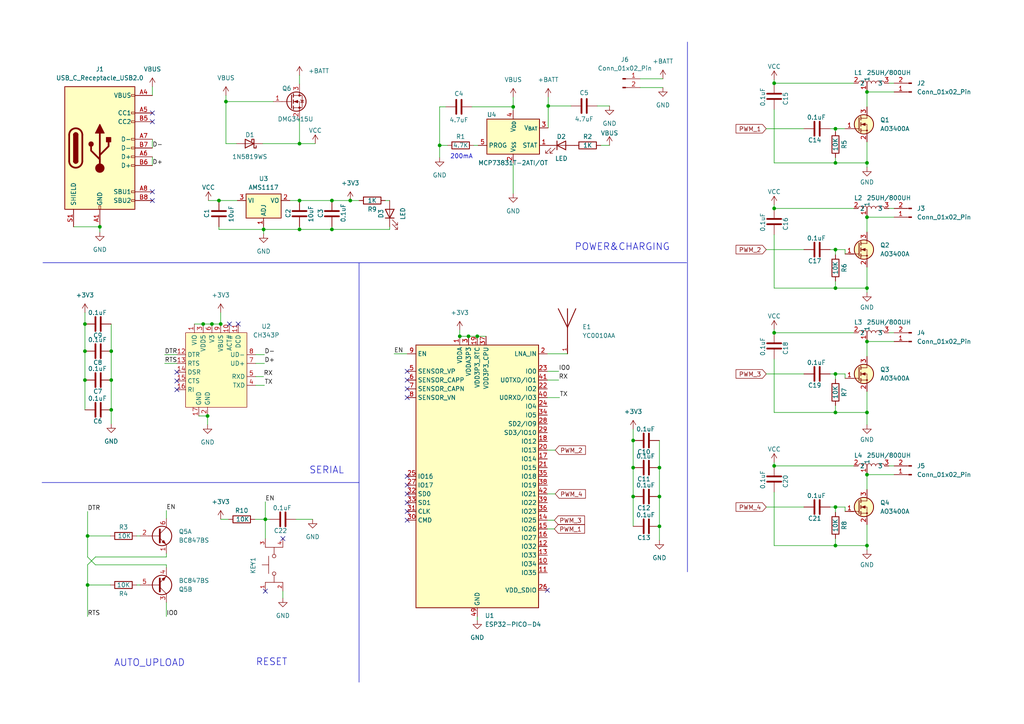
<source format=kicad_sch>
(kicad_sch (version 20230121) (generator eeschema)
  (paper "A4")
  (title_block (title "OpenScent") (date "2023-11-15") (company "Zhejiang University") (comment 1 "DTB Lab") (comment 4 "An Xin"))
  (lib_symbols
    (symbol "Battery_Management:MCP73831-2-OT"
      (property "Reference" "U" (at -7.62 6.35 0))
      (property "Value" "MCP73831-2-OT" (at 1.27 6.35 0))
      (symbol "MCP73831-2-OT_1_1"
        (pin output line (at 10.16 -2.54 180) (length 2.54) (name "STAT") (number "1"))
        (pin power_in line (at 0 -7.62 90) (length 2.54) (name "V_{SS}") (number "2"))
        (pin power_out line (at 10.16 2.54 180) (length 2.54) (name "V_{BAT}") (number "3"))
        (pin power_in line (at 0 7.62 270) (length 2.54) (name "V_{DD}") (number "4"))
        (pin input line (at -10.16 -2.54 0) (length 2.54) (name "PROG") (number "5"))
      )
    )
    (symbol "Connector:Conn_01x02_Pin" (pin_names (offset 1.016) hide)
      (property "Reference" "J" (at 0 2.54 0))
      (property "Value" "Conn_01x02_Pin" (at 0 -5.08 0))
      (symbol "Conn_01x02_Pin_1_1"
        (pin passive line (at 5.08 0 180) (length 3.81) (name "Pin_1") (number "1"))
        (pin passive line (at 5.08 -2.54 180) (length 3.81) (name "Pin_2") (number "2"))
      )
    )
    (symbol "Connector:USB_C_Receptacle_USB2.0" (pin_names (offset 1.016))
      (property "Reference" "J" (at -10.16 19.05 0))
      (property "Value" "USB_C_Receptacle_USB2.0" (at 19.05 19.05 0))
      (symbol "USB_C_Receptacle_USB2.0_1_1"
        (pin passive line (at 0 -22.86 90) (length 5.08) (name "GND") (number "A1"))
        (pin passive line (at 0 -22.86 90) (length 5.08) hide (name "GND") (number "A12"))
        (pin passive line (at 15.24 15.24 180) (length 5.08) (name "VBUS") (number "A4"))
        (pin bidirectional line (at 15.24 10.16 180) (length 5.08) (name "CC1") (number "A5"))
        (pin bidirectional line (at 15.24 -2.54 180) (length 5.08) (name "D+") (number "A6"))
        (pin bidirectional line (at 15.24 2.54 180) (length 5.08) (name "D-") (number "A7"))
        (pin bidirectional line (at 15.24 -12.7 180) (length 5.08) (name "SBU1") (number "A8"))
        (pin passive line (at 15.24 15.24 180) (length 5.08) hide (name "VBUS") (number "A9"))
        (pin passive line (at 0 -22.86 90) (length 5.08) hide (name "GND") (number "B1"))
        (pin passive line (at 0 -22.86 90) (length 5.08) hide (name "GND") (number "B12"))
        (pin passive line (at 15.24 15.24 180) (length 5.08) hide (name "VBUS") (number "B4"))
        (pin bidirectional line (at 15.24 7.62 180) (length 5.08) (name "CC2") (number "B5"))
        (pin bidirectional line (at 15.24 -5.08 180) (length 5.08) (name "D+") (number "B6"))
        (pin bidirectional line (at 15.24 0 180) (length 5.08) (name "D-") (number "B7"))
        (pin bidirectional line (at 15.24 -15.24 180) (length 5.08) (name "SBU2") (number "B8"))
        (pin passive line (at 15.24 15.24 180) (length 5.08) hide (name "VBUS") (number "B9"))
        (pin passive line (at -7.62 -22.86 90) (length 5.08) (name "SHIELD") (number "S1"))
      )
    )
    (symbol "Device:C" (pin_numbers hide) (pin_names (offset 0.254))
      (property "Reference" "C" (at 0.635 2.54 0))
      (property "Value" "C" (at 0.635 -2.54 0))
      (symbol "C_1_1"
        (pin passive line (at 0 3.81 270) (length 2.794) (name "~") (number "1"))
        (pin passive line (at 0 -3.81 90) (length 2.794) (name "~") (number "2"))
      )
    )
    (symbol "Device:LED" (pin_numbers hide) (pin_names (offset 1.016) hide)
      (property "Reference" "D" (at 0 2.54 0))
      (property "Value" "LED" (at 0 -2.54 0))
      (symbol "LED_1_1"
        (pin passive line (at -3.81 0 0) (length 2.54) (name "K") (number "1"))
        (pin passive line (at 3.81 0 180) (length 2.54) (name "A") (number "2"))
      )
    )
    (symbol "Device:R" (pin_numbers hide) (pin_names (offset 0))
      (property "Reference" "R" (at 2.032 0 90))
      (property "Value" "R" (at 0 0 90))
      (symbol "R_1_1"
        (pin passive line (at 0 3.81 270) (length 1.27) (name "~") (number "1"))
        (pin passive line (at 0 -3.81 90) (length 1.27) (name "~") (number "2"))
      )
    )
    (symbol "Diode:1N5819WS" (pin_numbers hide) (pin_names (offset 1.016) hide)
      (property "Reference" "D" (at 0 2.54 0))
      (property "Value" "1N5819WS" (at 0 -2.54 0))
      (symbol "1N5819WS_1_1"
        (pin passive line (at -3.81 0 0) (length 2.54) (name "K") (number "1"))
        (pin passive line (at 3.81 0 180) (length 2.54) (name "A") (number "2"))
      )
    )
    (symbol "Library:3_pin_inductor"
      (property "Reference" "L" (at -1.27 7.62 0))
      (symbol "3_pin_inductor_1_1"
        (pin passive line (at -2.54 2.54 0) (length 2.54) (name "1") (number "1"))
        (pin passive line (at 0 6.35 270) (length 1.27) (name "2") (number "2"))
        (pin passive line (at 0 -3.81 90) (length 1.27) (name "3") (number "3"))
      )
    )
    (symbol "PCM_Transistor_MOSFET_AKL:AO3400A" (pin_names hide)
      (property "Reference" "Q" (at 5.08 1.27 0))
      (property "Value" "AO3400A" (at 5.08 -1.27 0))
      (symbol "AO3400A_1_1"
        (pin input line (at -3.81 -1.27 0) (length 2.54) (name "G") (number "1"))
        (pin passive line (at 2.54 -5.08 90) (length 2.54) (name "S") (number "2"))
        (pin passive line (at 2.54 5.08 270) (length 2.54) (name "D") (number "3"))
      )
    )
    (symbol "RF_Module:ESP32-PICO-D4"
      (property "Reference" "U" (at -17.78 39.37 0))
      (property "Value" "ESP32-PICO-D4" (at 3.81 39.37 0))
      (symbol "ESP32-PICO-D4_0_0"
        (pin power_in line (at -5.08 40.64 270) (length 2.54) (name "VDDA") (number "1"))
        (pin input line (at 20.32 -25.4 180) (length 2.54) (name "IO34") (number "10"))
        (pin input line (at 20.32 -27.94 180) (length 2.54) (name "IO35") (number "11"))
        (pin bidirectional line (at 20.32 -20.32 180) (length 2.54) (name "IO32") (number "12"))
        (pin bidirectional line (at 20.32 -22.86 180) (length 2.54) (name "IO33") (number "13"))
        (pin bidirectional line (at 20.32 -12.7 180) (length 2.54) (name "IO25") (number "14"))
        (pin bidirectional line (at 20.32 -15.24 180) (length 2.54) (name "IO26") (number "15"))
        (pin bidirectional line (at 20.32 -17.78 180) (length 2.54) (name "IO27") (number "16"))
        (pin bidirectional line (at 20.32 5.08 180) (length 2.54) (name "IO14") (number "17"))
        (pin bidirectional line (at 20.32 10.16 180) (length 2.54) (name "IO12") (number "18"))
        (pin power_in line (at 0 40.64 270) (length 2.54) (name "VDD3P3_RTC") (number "19"))
        (pin bidirectional line (at 20.32 35.56 180) (length 2.54) (name "LNA_IN") (number "2"))
        (pin bidirectional line (at 20.32 7.62 180) (length 2.54) (name "IO13") (number "20"))
        (pin bidirectional line (at 20.32 2.54 180) (length 2.54) (name "IO15") (number "21"))
        (pin bidirectional line (at 20.32 25.4 180) (length 2.54) (name "IO2") (number "22"))
        (pin bidirectional line (at 20.32 30.48 180) (length 2.54) (name "IO0") (number "23"))
        (pin bidirectional line (at 20.32 20.32 180) (length 2.54) (name "IO4") (number "24"))
        (pin bidirectional line (at -20.32 0 0) (length 2.54) (name "IO16") (number "25"))
        (pin power_out line (at 20.32 -33.02 180) (length 2.54) (name "VDD_SDIO") (number "26"))
        (pin bidirectional line (at -20.32 -2.54 0) (length 2.54) (name "IO17") (number "27"))
        (pin bidirectional line (at 20.32 15.24 180) (length 2.54) (name "SD2/IO9") (number "28"))
        (pin bidirectional line (at 20.32 12.7 180) (length 2.54) (name "SD3/IO10") (number "29"))
        (pin power_in line (at -2.54 40.64 270) (length 2.54) (name "VDDA3P3") (number "3"))
        (pin bidirectional line (at -20.32 -12.7 0) (length 2.54) (name "CMD") (number "30"))
        (pin bidirectional line (at -20.32 -10.16 0) (length 2.54) (name "CLK") (number "31"))
        (pin bidirectional line (at -20.32 -5.08 0) (length 2.54) (name "SD0") (number "32"))
        (pin bidirectional line (at -20.32 -7.62 0) (length 2.54) (name "SD1") (number "33"))
        (pin bidirectional line (at 20.32 17.78 180) (length 2.54) (name "IO5") (number "34"))
        (pin bidirectional line (at 20.32 0 180) (length 2.54) (name "IO18") (number "35"))
        (pin bidirectional line (at 20.32 -10.16 180) (length 2.54) (name "IO23") (number "36"))
        (pin power_in line (at 2.54 40.64 270) (length 2.54) (name "VDD3P3_CPU") (number "37"))
        (pin bidirectional line (at 20.32 -2.54 180) (length 2.54) (name "IO19") (number "38"))
        (pin bidirectional line (at 20.32 -7.62 180) (length 2.54) (name "IO22") (number "39"))
        (pin passive line (at -2.54 40.64 270) (length 2.54) hide (name "VDDA3P3") (number "4"))
        (pin bidirectional line (at 20.32 22.86 180) (length 2.54) (name "U0RXD/IO3") (number "40"))
        (pin bidirectional line (at 20.32 27.94 180) (length 2.54) (name "U0TXD/IO1") (number "41"))
        (pin bidirectional line (at 20.32 -5.08 180) (length 2.54) (name "IO21") (number "42"))
        (pin passive line (at -5.08 40.64 270) (length 2.54) hide (name "VDDA") (number "43"))
        (pin no_connect line (at -17.78 -25.4 0) (length 2.54) hide (name "XTAL_N_NC") (number "44"))
        (pin no_connect line (at -17.78 -27.94 0) (length 2.54) hide (name "XTAL_P_NC") (number "45"))
        (pin passive line (at -5.08 40.64 270) (length 2.54) hide (name "VDDA") (number "46"))
        (pin no_connect line (at -17.78 -30.48 0) (length 2.54) hide (name "CAP2_NC") (number "47"))
        (pin no_connect line (at -17.78 -33.02 0) (length 2.54) hide (name "CAP1_NC") (number "48"))
        (pin power_in line (at 0 -40.64 90) (length 2.54) (name "GND") (number "49"))
        (pin input line (at -20.32 30.48 0) (length 2.54) (name "SENSOR_VP") (number "5"))
        (pin input line (at -20.32 27.94 0) (length 2.54) (name "SENSOR_CAPP") (number "6"))
        (pin input line (at -20.32 25.4 0) (length 2.54) (name "SENSOR_CAPN") (number "7"))
        (pin input line (at -20.32 22.86 0) (length 2.54) (name "SENSOR_VN") (number "8"))
        (pin input line (at -20.32 35.56 0) (length 2.54) (name "EN") (number "9"))
      )
    )
    (symbol "Regulator_Linear:AMS1117"
      (property "Reference" "U" (at -3.81 3.175 0))
      (property "Value" "AMS1117" (at 0 3.175 0))
      (symbol "AMS1117_1_1"
        (pin input line (at 0 -7.62 90) (length 2.54) (name "ADJ") (number "1"))
        (pin power_out line (at 7.62 0 180) (length 2.54) (name "VO") (number "2"))
        (pin power_in line (at -7.62 0 0) (length 2.54) (name "VI") (number "3"))
      )
    )
    (symbol "TL3365AF180QG:TL3365AF180QG" (pin_names (offset 1.016))
      (property "Reference" "S" (at -5.08 5.08 0))
      (property "Value" "TL3365AF180QG" (at -5.08 -5.08 0))
      (symbol "TL3365AF180QG_0_0"
        (pin passive line (at -7.62 2.54 0) (length 2.54) (name "~") (number "1"))
        (pin passive line (at -7.62 -2.54 0) (length 2.54) (name "~") (number "2"))
        (pin passive line (at 7.62 2.54 180) (length 2.54) (name "~") (number "3"))
        (pin passive line (at 7.62 -2.54 180) (length 2.54) (name "~") (number "4"))
      )
    )
    (symbol "Transistor_BJT:BC847BS" (pin_names (offset 0) hide)
      (property "Reference" "Q" (at 5.08 1.27 0))
      (property "Value" "BC847BS" (at 5.08 -1.27 0))
      (symbol "BC847BS_1_1"
        (pin passive line (at 2.54 -5.08 90) (length 2.54) (name "E1") (number "1"))
        (pin input line (at -5.08 0 0) (length 2.54) (name "B1") (number "2"))
        (pin passive line (at 2.54 5.08 270) (length 2.54) (name "C1") (number "6"))
      )
      (symbol "BC847BS_2_1"
        (pin passive line (at 2.54 5.08 270) (length 2.54) (name "C2") (number "3"))
        (pin passive line (at 2.54 -5.08 90) (length 2.54) (name "E2") (number "4"))
        (pin input line (at -5.08 0 0) (length 2.54) (name "B2") (number "5"))
      )
    )
    (symbol "Transistor_FET:DMG3414U" (pin_names hide)
      (property "Reference" "Q" (at 5.08 1.905 0))
      (property "Value" "DMG3414U" (at 5.08 0 0))
      (symbol "DMG3414U_1_1"
        (pin input line (at -5.08 0 0) (length 2.54) (name "G") (number "1"))
        (pin passive line (at 2.54 -5.08 90) (length 2.54) (name "S") (number "2"))
        (pin passive line (at 2.54 5.08 270) (length 2.54) (name "D") (number "3"))
      )
    )
    (symbol "YC0010AA:YC0010AA" (pin_names (offset 1.016))
      (property "Reference" "E" (at 2.54 5.08 0))
      (property "Value" "YC0010AA" (at 2.54 2.54 0))
      (symbol "YC0010AA_0_0"
        (pin input line (at 0 -5.08 90) (length 2.54) (name "~") (number "1"))
      )
    )
    (symbol "power:+3V3" (power) (pin_names (offset 0))
      (property "Value" "+3V3" (at 0 3.556 0))
      (symbol "+3V3_1_1"
        (pin power_in line (at 0 0 90) (length 0) hide (name "+3V3") (number "1"))
      )
    )
    (symbol "power:+BATT" (power) (pin_names (offset 0))
      (property "Value" "+BATT" (at 0 3.556 0))
      (symbol "+BATT_1_1"
        (pin power_in line (at 0 0 90) (length 0) hide (name "+BATT") (number "1"))
      )
    )
    (symbol "power:GND" (power) (pin_names (offset 0))
      (property "Value" "GND" (at 0 -3.81 0))
      (symbol "GND_1_1"
        (pin power_in line (at 0 0 270) (length 0) hide (name "GND") (number "1"))
      )
    )
    (symbol "power:VBUS" (power) (pin_names (offset 0))
      (property "Value" "VBUS" (at 0 3.81 0))
      (symbol "VBUS_1_1"
        (pin power_in line (at 0 0 90) (length 0) hide (name "VBUS") (number "1"))
      )
    )
    (symbol "power:VCC" (power) (pin_names (offset 0))
      (property "Value" "VCC" (at 0 3.81 0))
      (symbol "VCC_1_1"
        (pin power_in line (at 0 0 90) (length 0) hide (name "VCC") (number "1"))
      )
    )
    (symbol "wch_mcu_peripheral:CH343P"
      (property "Reference" "U3" (at 14.478 10.7381 0))
      (property "Value" "CH343P" (at 14.478 8.1981 0))
      (symbol "CH343P_1_1"
        (pin passive line (at -6.35 11.43 270) (length 2.54) (name "VIO") (number "1"))
        (pin passive line (at 3.81 11.43 270) (length 2.54) (name "ACT#") (number "10"))
        (pin passive line (at 6.35 11.43 270) (length 2.54) (name "DCD") (number "11"))
        (pin passive line (at -11.43 2.54 0) (length 2.54) (name "DTR") (number "12"))
        (pin passive line (at -11.43 0 0) (length 2.54) (name "RTS") (number "13"))
        (pin passive line (at -11.43 -2.54 0) (length 2.54) (name "DSR") (number "14"))
        (pin passive line (at -11.43 -5.08 0) (length 2.54) (name "CTS") (number "15"))
        (pin passive line (at -11.43 -7.62 0) (length 2.54) (name "RI") (number "16"))
        (pin power_in line (at -5.08 -15.24 90) (length 2.54) (name "GND") (number "17"))
        (pin power_in line (at -2.54 -15.24 90) (length 2.54) (name "GND") (number "2"))
        (pin power_in line (at -3.81 11.43 270) (length 2.54) (name "VDD5") (number "3"))
        (pin output line (at 11.43 -6.35 180) (length 2.54) (name "TXD") (number "4"))
        (pin input line (at 11.43 -3.81 180) (length 2.54) (name "RXD") (number "5"))
        (pin passive line (at -1.27 11.43 270) (length 2.54) (name "V3") (number "6"))
        (pin bidirectional line (at 11.43 0 180) (length 2.54) (name "UD+") (number "7"))
        (pin bidirectional line (at 11.43 2.54 180) (length 2.54) (name "UD-") (number "8"))
        (pin power_in line (at 1.27 11.43 270) (length 2.54) (name "VBUS") (number "9"))
      )
    )
  )
  (junction (at 242.316 119.634))
  (junction (at 24.638 101.854))
  (junction (at 183.642 144.018))
  (junction (at 242.316 158.242))
  (junction (at 61.468 93.98))
  (junction (at 96.266 66.548))
  (junction (at 86.868 58.166))
  (junction (at 224.536 60.452))
  (junction (at 251.46 158.242))
  (junction (at 25.4 155.448))
  (junction (at 148.844 30.988))
  (junction (at 191.262 144.018))
  (junction (at 64.008 93.98))
  (junction (at 251.46 83.566))
  (junction (at 25.4 169.672))
  (junction (at 86.868 66.548))
  (junction (at 251.46 26.67))
  (junction (at 58.928 93.98))
  (junction (at 242.316 147.066))
  (junction (at 86.868 41.656))
  (junction (at 96.266 58.166))
  (junction (at 251.46 119.634))
  (junction (at 24.638 93.98))
  (junction (at 224.536 135.128))
  (junction (at 60.198 120.65))
  (junction (at 32.258 101.854))
  (junction (at 135.89 97.536))
  (junction (at 101.6 58.166))
  (junction (at 183.642 127.762))
  (junction (at 65.532 29.464))
  (junction (at 242.316 37.338))
  (junction (at 138.43 97.536))
  (junction (at 28.956 65.786))
  (junction (at 251.46 62.992))
  (junction (at 159.004 30.734))
  (junction (at 183.642 135.636))
  (junction (at 251.46 99.06))
  (junction (at 127.508 42.164))
  (junction (at 224.536 24.13))
  (junction (at 251.46 137.668))
  (junction (at 76.962 150.622))
  (junction (at 242.316 83.566))
  (junction (at 32.258 110.236))
  (junction (at 133.35 97.536))
  (junction (at 242.316 47.244))
  (junction (at 32.258 118.872))
  (junction (at 24.638 110.236))
  (junction (at 251.46 47.244))
  (junction (at 242.316 72.39))
  (junction (at 242.316 108.458))
  (junction (at 224.536 96.52))
  (junction (at 76.454 66.548))
  (junction (at 63.5 58.166))
  (junction (at 191.262 152.654))
  (junction (at 191.262 135.636))
  (no_connect (at 118.11 145.796))
  (no_connect (at 66.548 93.98))
  (no_connect (at 44.196 32.766))
  (no_connect (at 69.088 93.98))
  (no_connect (at 118.11 107.696))
  (no_connect (at 158.75 171.196))
  (no_connect (at 118.11 143.256))
  (no_connect (at 118.11 110.236))
  (no_connect (at 118.11 112.776))
  (no_connect (at 51.308 110.49))
  (no_connect (at 118.11 140.716))
  (no_connect (at 44.196 58.166))
  (no_connect (at 82.042 156.21))
  (no_connect (at 44.196 55.626))
  (no_connect (at 51.308 113.03))
  (no_connect (at 118.11 148.336))
  (no_connect (at 118.11 138.176))
  (no_connect (at 118.11 115.316))
  (no_connect (at 44.196 35.306))
  (no_connect (at 51.308 107.95))
  (no_connect (at 118.11 150.876))
  (no_connect (at 76.962 171.45))
  (wire (pts (xy 58.928 93.98) (xy 61.468 93.98)))
  (wire (pts (xy 138.43 179.832) (xy 138.43 178.816)))
  (wire (pts (xy 60.198 123.19) (xy 60.198 120.65)))
  (wire (pts (xy 48.26 161.544) (xy 27.686 161.544)))
  (wire (pts (xy 32.258 110.236) (xy 32.258 118.872)))
  (wire (pts (xy 222.25 147.066) (xy 233.172 147.066)))
  (wire (pts (xy 63.5 66.548) (xy 76.454 66.548)))
  (wire (pts (xy 48.26 178.816) (xy 48.26 174.752)))
  (wire (pts (xy 113.03 58.166) (xy 111.76 58.166)))
  (wire (pts (xy 224.536 142.748) (xy 224.536 158.242)))
  (wire (pts (xy 101.6 58.166) (xy 104.14 58.166)))
  (wire (pts (xy 60.452 58.166) (xy 63.5 58.166)))
  (wire (pts (xy 222.25 108.458) (xy 233.172 108.458)))
  (wire (pts (xy 242.316 83.566) (xy 251.46 83.566)))
  (wire (pts (xy 96.266 65.786) (xy 96.266 66.548)))
  (wire (pts (xy 192.278 22.86) (xy 185.674 22.86)))
  (wire (pts (xy 164.592 102.616) (xy 158.75 102.616)))
  (wire (pts (xy 136.906 30.988) (xy 148.844 30.988)))
  (wire (pts (xy 133.35 97.536) (xy 135.89 97.536)))
  (wire (pts (xy 82.042 173.482) (xy 82.042 171.45)))
  (wire (pts (xy 251.46 48.514) (xy 251.46 47.244)))
  (wire (pts (xy 25.4 155.448) (xy 32.004 155.448)))
  (wire (pts (xy 127.508 30.988) (xy 127.508 42.164)))
  (wire (pts (xy 242.316 108.458) (xy 245.11 108.458)))
  (wire (pts (xy 39.624 169.672) (xy 40.64 169.672)))
  (wire (pts (xy 25.4 163.83) (xy 25.4 169.672)))
  (wire (pts (xy 76.454 109.22) (xy 74.168 109.22)))
  (wire (pts (xy 32.258 118.872) (xy 32.258 122.936)))
  (wire (pts (xy 24.638 101.854) (xy 24.638 110.236)))
  (wire (pts (xy 251.46 137.668) (xy 251.46 141.986)))
  (wire (pts (xy 251.46 62.992) (xy 259.334 62.992)))
  (wire (pts (xy 240.792 147.066) (xy 242.316 147.066)))
  (wire (pts (xy 101.6 58.166) (xy 96.266 58.166)))
  (wire (pts (xy 242.316 117.602) (xy 242.316 119.634)))
  (wire (pts (xy 148.844 30.988) (xy 148.844 32.004)))
  (wire (pts (xy 84.074 58.166) (xy 86.868 58.166)))
  (wire (pts (xy 161.036 130.556) (xy 158.75 130.556)))
  (wire (pts (xy 224.536 24.13) (xy 224.536 23.114)))
  (wire (pts (xy 224.536 158.242) (xy 242.316 158.242)))
  (wire (pts (xy 240.792 108.458) (xy 242.316 108.458)))
  (wire (pts (xy 76.962 150.622) (xy 78.232 150.622)))
  (wire (pts (xy 28.956 67.31) (xy 28.956 65.786)))
  (wire (pts (xy 96.266 58.166) (xy 86.868 58.166)))
  (wire (pts (xy 113.03 66.548) (xy 96.266 66.548)))
  (wire (pts (xy 224.536 119.634) (xy 242.316 119.634)))
  (wire (pts (xy 86.868 34.544) (xy 86.868 41.656)))
  (wire (pts (xy 76.708 102.87) (xy 74.168 102.87)))
  (wire (pts (xy 24.638 110.236) (xy 24.638 118.872)))
  (wire (pts (xy 32.258 101.854) (xy 32.258 110.236)))
  (wire (pts (xy 160.782 153.416) (xy 158.75 153.416)))
  (wire (pts (xy 148.844 28.194) (xy 148.844 30.988)))
  (wire (pts (xy 148.844 47.244) (xy 148.844 56.134)))
  (wire (pts (xy 162.052 107.696) (xy 158.75 107.696)))
  (wire (pts (xy 183.642 124.46) (xy 183.642 127.762)))
  (wire (pts (xy 90.678 150.622) (xy 85.852 150.622)))
  (wire (pts (xy 86.868 66.548) (xy 86.868 65.786)))
  (wire (pts (xy 25.4 169.672) (xy 25.4 178.816)))
  (wire (pts (xy 158.75 143.256) (xy 161.036 143.256)))
  (wire (pts (xy 191.262 135.636) (xy 191.262 144.018)))
  (wire (pts (xy 65.532 41.656) (xy 65.532 29.464)))
  (wire (pts (xy 224.536 60.452) (xy 224.536 59.436)))
  (wire (pts (xy 251.46 26.67) (xy 251.46 30.988)))
  (wire (pts (xy 222.25 37.338) (xy 233.172 37.338)))
  (wire (pts (xy 25.4 161.544) (xy 27.686 163.83)))
  (wire (pts (xy 183.642 144.018) (xy 183.642 152.654)))
  (wire (pts (xy 251.46 159.512) (xy 251.46 158.242)))
  (polyline (pts (xy 104.14 76.2) (xy 104.14 197.866)))
  (wire (pts (xy 162.052 110.236) (xy 158.75 110.236)))
  (wire (pts (xy 240.792 37.338) (xy 242.316 37.338)))
  (wire (pts (xy 48.26 148.082) (xy 48.26 150.368)))
  (wire (pts (xy 48.26 160.528) (xy 48.26 161.544)))
  (wire (pts (xy 162.306 115.316) (xy 158.75 115.316)))
  (wire (pts (xy 242.316 147.066) (xy 242.316 148.59)))
  (wire (pts (xy 76.708 105.41) (xy 74.168 105.41)))
  (wire (pts (xy 159.004 30.734) (xy 159.004 37.084)))
  (wire (pts (xy 135.89 97.536) (xy 138.43 97.536)))
  (wire (pts (xy 86.868 66.548) (xy 96.266 66.548)))
  (wire (pts (xy 251.46 158.242) (xy 251.46 152.146)))
  (wire (pts (xy 86.868 21.844) (xy 86.868 24.384)))
  (wire (pts (xy 25.4 148.336) (xy 25.4 155.448)))
  (wire (pts (xy 44.196 25.146) (xy 44.196 27.686)))
  (wire (pts (xy 48.26 163.83) (xy 48.26 164.592)))
  (wire (pts (xy 242.316 72.39) (xy 242.316 73.914)))
  (wire (pts (xy 76.962 145.542) (xy 76.962 150.622)))
  (wire (pts (xy 242.316 108.458) (xy 242.316 109.982)))
  (wire (pts (xy 24.638 93.98) (xy 24.638 101.854)))
  (wire (pts (xy 27.686 161.544) (xy 25.4 163.83)))
  (wire (pts (xy 127.508 42.164) (xy 129.794 42.164)))
  (wire (pts (xy 61.468 93.98) (xy 64.008 93.98)))
  (wire (pts (xy 242.316 47.244) (xy 251.46 47.244)))
  (wire (pts (xy 245.11 72.39) (xy 245.11 73.66)))
  (wire (pts (xy 39.624 155.448) (xy 40.64 155.448)))
  (wire (pts (xy 64.008 90.678) (xy 64.008 93.98)))
  (wire (pts (xy 242.316 81.534) (xy 242.316 83.566)))
  (wire (pts (xy 192.278 25.4) (xy 185.674 25.4)))
  (wire (pts (xy 56.388 93.98) (xy 58.928 93.98)))
  (wire (pts (xy 224.536 104.14) (xy 224.536 119.634)))
  (wire (pts (xy 113.03 65.786) (xy 113.03 66.548)))
  (wire (pts (xy 251.46 83.566) (xy 251.46 77.47)))
  (wire (pts (xy 191.262 127.762) (xy 191.262 135.636)))
  (wire (pts (xy 259.334 24.13) (xy 257.81 24.13)))
  (wire (pts (xy 240.792 72.39) (xy 242.316 72.39)))
  (wire (pts (xy 47.752 102.87) (xy 51.308 102.87)))
  (wire (pts (xy 224.536 96.52) (xy 224.536 95.504)))
  (wire (pts (xy 137.414 42.164) (xy 138.684 42.164)))
  (wire (pts (xy 224.536 47.244) (xy 242.316 47.244)))
  (wire (pts (xy 224.536 135.128) (xy 247.65 135.128)))
  (wire (pts (xy 25.4 155.448) (xy 25.4 161.544)))
  (wire (pts (xy 63.5 66.548) (xy 63.5 65.786)))
  (wire (pts (xy 68.58 41.656) (xy 65.532 41.656)))
  (wire (pts (xy 183.642 127.762) (xy 183.642 135.636)))
  (wire (pts (xy 91.44 41.656) (xy 86.868 41.656)))
  (wire (pts (xy 259.334 135.128) (xy 257.81 135.128)))
  (wire (pts (xy 245.11 108.458) (xy 245.11 109.728)))
  (wire (pts (xy 44.196 40.386) (xy 44.196 42.926)))
  (wire (pts (xy 259.334 60.452) (xy 257.81 60.452)))
  (wire (pts (xy 21.336 65.786) (xy 28.956 65.786)))
  (wire (pts (xy 32.258 93.98) (xy 32.258 101.854)))
  (wire (pts (xy 138.43 97.536) (xy 140.97 97.536)))
  (wire (pts (xy 76.454 66.548) (xy 76.454 65.786)))
  (wire (pts (xy 224.536 135.128) (xy 224.536 134.112)))
  (wire (pts (xy 224.536 83.566) (xy 242.316 83.566)))
  (wire (pts (xy 251.46 99.06) (xy 259.334 99.06)))
  (wire (pts (xy 160.782 150.876) (xy 158.75 150.876)))
  (wire (pts (xy 73.914 150.622) (xy 76.962 150.622)))
  (wire (pts (xy 24.638 90.678) (xy 24.638 93.98)))
  (wire (pts (xy 251.46 137.668) (xy 259.334 137.668)))
  (wire (pts (xy 251.46 119.634) (xy 251.46 113.538)))
  (polyline (pts (xy 199.39 12.192) (xy 199.39 165.862)))
  (wire (pts (xy 133.35 95.758) (xy 133.35 97.536)))
  (wire (pts (xy 191.262 152.654) (xy 191.262 156.718)))
  (wire (pts (xy 65.532 27.686) (xy 65.532 29.464)))
  (wire (pts (xy 224.536 24.13) (xy 247.65 24.13)))
  (wire (pts (xy 44.196 45.466) (xy 44.196 48.006)))
  (wire (pts (xy 224.536 31.75) (xy 224.536 47.244)))
  (wire (pts (xy 159.004 30.734) (xy 159.004 28.194)))
  (polyline (pts (xy 12.446 76.2) (xy 199.136 76.2)))
  (wire (pts (xy 64.008 150.622) (xy 66.294 150.622)))
  (wire (pts (xy 76.708 111.76) (xy 74.168 111.76)))
  (wire (pts (xy 191.262 144.018) (xy 191.262 152.654)))
  (wire (pts (xy 251.46 47.244) (xy 251.46 41.148)))
  (wire (pts (xy 222.25 72.39) (xy 233.172 72.39)))
  (wire (pts (xy 224.536 60.452) (xy 247.65 60.452)))
  (wire (pts (xy 76.454 66.548) (xy 86.868 66.548)))
  (wire (pts (xy 251.46 62.992) (xy 251.46 67.31)))
  (polyline (pts (xy 12.192 139.954) (xy 104.14 139.954)))
  (wire (pts (xy 176.784 42.164) (xy 174.244 42.164)))
  (wire (pts (xy 259.334 96.52) (xy 257.81 96.52)))
  (wire (pts (xy 27.686 163.83) (xy 48.26 163.83)))
  (wire (pts (xy 76.962 150.622) (xy 76.962 156.21)))
  (wire (pts (xy 245.11 147.066) (xy 245.11 148.336)))
  (wire (pts (xy 129.286 30.988) (xy 127.508 30.988)))
  (wire (pts (xy 242.316 156.21) (xy 242.316 158.242)))
  (wire (pts (xy 224.536 96.52) (xy 247.65 96.52)))
  (wire (pts (xy 65.532 29.464) (xy 79.248 29.464)))
  (wire (pts (xy 251.46 99.06) (xy 251.46 103.378)))
  (wire (pts (xy 76.2 41.656) (xy 86.868 41.656)))
  (wire (pts (xy 183.642 135.636) (xy 183.642 144.018)))
  (wire (pts (xy 224.536 68.072) (xy 224.536 83.566)))
  (wire (pts (xy 76.454 67.818) (xy 76.454 66.548)))
  (wire (pts (xy 127.508 45.72) (xy 127.508 42.164)))
  (wire (pts (xy 251.46 119.634) (xy 251.46 123.19)))
  (wire (pts (xy 47.752 105.41) (xy 51.308 105.41)))
  (wire (pts (xy 63.5 58.166) (xy 68.834 58.166)))
  (wire (pts (xy 242.316 37.338) (xy 242.316 38.1)))
  (wire (pts (xy 57.658 120.65) (xy 60.198 120.65)))
  (wire (pts (xy 251.46 26.67) (xy 259.334 26.67)))
  (wire (pts (xy 25.4 169.672) (xy 32.004 169.672)))
  (wire (pts (xy 251.46 84.836) (xy 251.46 83.566)))
  (wire (pts (xy 114.3 102.616) (xy 118.11 102.616)))
  (wire (pts (xy 176.784 30.734) (xy 173.228 30.734)))
  (wire (pts (xy 159.004 30.734) (xy 165.608 30.734)))
  (wire (pts (xy 242.316 45.72) (xy 242.316 47.244)))
  (wire (pts (xy 242.316 147.066) (xy 245.11 147.066)))
  (wire (pts (xy 242.316 72.39) (xy 245.11 72.39)))
  (wire (pts (xy 242.316 119.634) (xy 251.46 119.634)))
  (wire (pts (xy 242.316 158.242) (xy 251.46 158.242)))
  (wire (pts (xy 242.316 37.338) (xy 245.11 37.338)))
  (text "AUTO_UPLOAD" (at 33.02 193.548 0) (effects (font (size 2 2)) (justify left bottom)))
  (text "POWER&CHARGING" (at 166.624 72.898 0) (effects (font (size 2 2)) (justify left bottom)))
  (text "SERIAL" (at 89.662 137.668 0) (effects (font (size 2 2)) (justify left bottom)))
  (text "200mA" (at 130.556 46.228 0) (effects (font (size 1.27 1.27)) (justify left bottom)))
  (text "RESET" (at 74.168 193.294 0) (effects (font (size 2 2)) (justify left bottom)))
  (label "D-" (at 76.708 102.87 0))
  (label "DTR" (at 47.752 102.87 0))
  (label "D+" (at 44.196 48.006 0))
  (label "RTS" (at 25.4 178.816 0))
  (label "EN" (at 76.962 145.542 0))
  (label "RX" (at 76.454 109.22 0))
  (label "RX" (at 162.052 110.236 0))
  (label "DTR" (at 25.4 148.336 0))
  (label "IO0" (at 48.26 178.816 0))
  (label "EN" (at 114.3 102.616 0))
  (label "IO0" (at 162.052 107.696 0))
  (label "EN" (at 48.26 148.082 0))
  (label "TX" (at 162.306 115.316 0))
  (label "D+" (at 76.708 105.41 0))
  (label "RTS" (at 47.752 105.41 0))
  (label "D-" (at 44.196 42.926 0))
  (label "TX" (at 76.708 111.76 0))
  (global_label "PWM_1" (shape input) (at 222.25 37.338 180) (property "Intersheetrefs" "${INTERSHEET_REFS}" (effects hide)))
  (global_label "PWM_4" (shape input) (at 222.25 147.066 180) (property "Intersheetrefs" "${INTERSHEET_REFS}" (effects hide)))
  (global_label "PWM_4" (shape input) (at 161.036 143.256 0) (property "Intersheetrefs" "${INTERSHEET_REFS}" (effects hide)))
  (global_label "PWM_3" (shape input) (at 160.782 150.876 0) (property "Intersheetrefs" "${INTERSHEET_REFS}" (effects hide)))
  (global_label "PWM_2" (shape input) (at 222.25 72.39 180) (property "Intersheetrefs" "${INTERSHEET_REFS}" (effects hide)))
  (global_label "PWM_2" (shape input) (at 161.036 130.556 0) (property "Intersheetrefs" "${INTERSHEET_REFS}" (effects hide)))
  (global_label "PWM_3" (shape input) (at 222.25 108.458 180) (property "Intersheetrefs" "${INTERSHEET_REFS}" (effects hide)))
  (global_label "PWM_1" (shape input) (at 160.782 153.416 0) (property "Intersheetrefs" "${INTERSHEET_REFS}" (effects hide)))
  (symbol (lib_id "power:VCC") (at 224.536 95.504 0) (unit 1)
    (property "Reference" "#PWR031" (effects hide))
    (property "Value" "VCC" (at 224.536 91.694 0))
  )
  (symbol (lib_id "power:+3V3") (at 24.638 90.678 0) (unit 1)
    (property "Reference" "#PWR022" (effects hide))
    (property "Value" "+3V3" (at 24.638 85.598 0))
  )
  (symbol (lib_id "power:VBUS") (at 148.844 28.194 0) (unit 1)
    (property "Reference" "#PWR011" (effects hide))
    (property "Value" "VBUS" (at 148.844 23.114 0))
  )
  (symbol (lib_id "Battery_Management:MCP73831-2-OT") (at 148.844 39.624 0) (unit 1)
    (property "Reference" "U4" (at 141.224 33.274 0) (effects (justify left)))
    (property "Value" "MCP73831T-2ATI/OT" (at 138.684 47.244 0) (effects (justify left)))
    (property "Footprint" "Package_TO_SOT_SMD:SOT-23-5" (effects hide))
    (property "Datasheet" "https://ww1.microchip.com/downloads/en/DeviceDoc/MCP73831-Family-Data-Sheet-DS20001984H.pdf" (effects hide))
    (property "LCSC Part #" "C14879" (effects hide))
  )
  (symbol (lib_id "Device:R") (at 242.316 152.4 0) (mirror x) (unit 1)
    (property "Reference" "R8" (at 244.856 152.4 90))
    (property "Value" "10K" (at 242.316 152.4 90))
    (property "Footprint" "Resistor_SMD:R_0603_1608Metric" (effects hide))
  )
  (symbol (lib_id "power:VBUS") (at 44.196 25.146 0) (unit 1)
    (property "Reference" "#PWR06" (effects hide))
    (property "Value" "VBUS" (at 44.196 20.066 0))
  )
  (symbol (lib_id "power:VCC") (at 224.536 59.436 0) (unit 1)
    (property "Reference" "#PWR029" (effects hide))
    (property "Value" "VCC" (at 224.536 55.626 0))
  )
  (symbol (lib_id "PCM_Transistor_MOSFET_AKL:AO3400A") (at 248.92 108.458 0) (unit 1)
    (property "Reference" "Q3" (at 255.27 107.188 0) (effects (justify left)))
    (property "Value" "AO3400A" (at 255.27 109.728 0) (effects (justify left)))
    (property "Footprint" "Package_TO_SOT_SMD:SOT-23" (effects hide))
    (property "Datasheet" "https://www.tme.eu/Document/d4ede4a51fd4cb2a092d6e1960f91635/AO3400A.pdf" (effects hide))
  )
  (symbol (lib_id "Device:C") (at 28.448 110.236 90) (unit 1)
    (property "Reference" "C7" (at 29.718 113.538 90) (effects (justify left)))
    (property "Value" "0.1uF" (at 30.988 106.934 90) (effects (justify left)))
    (property "Footprint" "Capacitor_SMD:C_0603_1608Metric_Pad1.08x0.95mm_HandSolder" (effects hide))
  )
  (symbol (lib_id "Device:R") (at 70.104 150.622 90) (unit 1)
    (property "Reference" "R10" (at 70.104 148.082 90))
    (property "Value" "10K" (at 70.358 150.622 90))
    (property "Footprint" "Resistor_SMD:R_0603_1608Metric" (effects hide))
  )
  (symbol (lib_id "Device:LED") (at 113.03 61.976 90) (unit 1)
    (property "Reference" "D3" (at 110.49 61.976 0))
    (property "Value" "LED" (at 116.84 61.976 0))
    (property "Footprint" "LED_SMD:LED_0603_1608Metric" (effects hide))
  )
  (symbol (lib_id "power:GND") (at 251.46 159.512 0) (unit 1)
    (property "Reference" "#PWR034" (effects hide))
    (property "Value" "GND" (at 251.46 163.83 0))
  )
  (symbol (lib_id "Transistor_BJT:BC847BS") (at 45.72 155.448 0) (unit 1)
    (property "Reference" "Q5" (at 51.816 154.178 0) (effects (justify left)))
    (property "Value" "BC847BS" (at 51.816 156.718 0) (effects (justify left)))
    (property "Footprint" "Package_TO_SOT_SMD:SOT-363_SC-70-6" (effects hide))
    (property "Datasheet" "https://assets.nexperia.com/documents/data-sheet/BC847BS.pdf" (effects hide))
  )
  (symbol (lib_id "Device:C") (at 224.536 100.33 180) (unit 1)
    (property "Reference" "C18" (at 227.838 99.06 90) (effects (justify left)))
    (property "Value" "0.1uF" (at 221.234 97.79 90) (effects (justify left)))
    (property "Footprint" "Capacitor_SMD:C_0603_1608Metric_Pad1.08x0.95mm_HandSolder" (effects hide))
  )
  (symbol (lib_id "power:GND") (at 82.042 173.482 0) (unit 1)
    (property "Reference" "#PWR024" (effects hide))
    (property "Value" "GND" (at 82.042 178.562 0))
  )
  (symbol (lib_id "Library:3_pin_inductor") (at 254 60.452 90) (unit 1)
    (property "Reference" "L2" (at 248.92 57.404 90))
    (property "Value" "25UH/800UH" (at 257.81 57.404 90))
    (property "Footprint" "Library:3 pin inductor" (effects hide))
  )
  (symbol (lib_id "Device:R") (at 35.814 169.672 90) (mirror x) (unit 1)
    (property "Reference" "R4" (at 35.814 172.212 90))
    (property "Value" "10K" (at 35.814 169.672 90))
    (property "Footprint" "Resistor_SMD:R_0603_1608Metric" (effects hide))
  )
  (symbol (lib_id "PCM_Transistor_MOSFET_AKL:AO3400A") (at 248.92 36.068 0) (unit 1)
    (property "Reference" "Q1" (at 255.27 34.798 0) (effects (justify left)))
    (property "Value" "AO3400A" (at 255.27 37.338 0) (effects (justify left)))
    (property "Footprint" "Package_TO_SOT_SMD:SOT-23" (effects hide))
    (property "Datasheet" "https://www.tme.eu/Document/d4ede4a51fd4cb2a092d6e1960f91635/AO3400A.pdf" (effects hide))
  )
  (symbol (lib_id "Device:C") (at 96.266 61.976 0) (unit 1)
    (property "Reference" "C3" (at 92.964 63.246 90) (effects (justify left)))
    (property "Value" "0.1uF" (at 99.568 64.516 90) (effects (justify left)))
    (property "Footprint" "Capacitor_SMD:C_0603_1608Metric_Pad1.08x0.95mm_HandSolder" (effects hide))
  )
  (symbol (lib_id "Device:C") (at 236.982 37.338 90) (unit 1)
    (property "Reference" "C14" (at 238.252 40.64 90) (effects (justify left)))
    (property "Value" "0.1uF" (at 239.522 34.036 90) (effects (justify left)))
    (property "Footprint" "Capacitor_SMD:C_0603_1608Metric_Pad1.08x0.95mm_HandSolder" (effects hide))
  )
  (symbol (lib_id "Library:3_pin_inductor") (at 254 24.13 90) (unit 1)
    (property "Reference" "L1" (at 248.92 21.082 90))
    (property "Value" "25UH/800UH" (at 257.81 21.082 90))
    (property "Footprint" "Library:3 pin inductor" (effects hide))
  )
  (symbol (lib_id "power:GND") (at 28.956 67.31 0) (unit 1)
    (property "Reference" "#PWR02" (effects hide))
    (property "Value" "GND" (at 28.956 72.39 0))
  )
  (symbol (lib_id "power:+BATT") (at 86.868 21.844 0) (unit 1)
    (property "Reference" "#PWR012" (effects hide))
    (property "Value" "+BATT" (at 89.408 20.574 0) (effects (justify left)))
  )
  (symbol (lib_id "Device:C") (at 224.536 64.262 180) (unit 1)
    (property "Reference" "C16" (at 227.838 62.992 90) (effects (justify left)))
    (property "Value" "0.1uF" (at 221.234 61.722 90) (effects (justify left)))
    (property "Footprint" "Capacitor_SMD:C_0603_1608Metric_Pad1.08x0.95mm_HandSolder" (effects hide))
  )
  (symbol (lib_id "Device:C") (at 169.418 30.734 270) (unit 1)
    (property "Reference" "C5" (at 169.418 26.924 90))
    (property "Value" "4.7uF" (at 169.418 34.544 90))
    (property "Footprint" "Capacitor_SMD:C_0603_1608Metric_Pad1.08x0.95mm_HandSolder" (effects hide))
  )
  (symbol (lib_id "Connector:Conn_01x02_Pin") (at 180.594 22.86 0) (unit 1)
    (property "Reference" "J6" (at 181.229 17.272 0))
    (property "Value" "Conn_01x02_Pin" (at 181.229 19.812 0))
    (property "Footprint" "Connector_JST:JST_PH_B2B-PH-K_1x02_P2.00mm_Vertical" (effects hide))
  )
  (symbol (lib_id "power:VCC") (at 224.536 134.112 0) (unit 1)
    (property "Reference" "#PWR033" (effects hide))
    (property "Value" "VCC" (at 224.536 130.302 0))
  )
  (symbol (lib_id "power:GND") (at 32.258 122.936 0) (unit 1)
    (property "Reference" "#PWR023" (effects hide))
    (property "Value" "GND" (at 32.258 128.016 0))
  )
  (symbol (lib_id "Transistor_FET:DMG3414U") (at 84.328 29.464 0) (unit 1)
    (property "Reference" "Q6" (at 81.788 25.654 0) (effects (justify left)))
    (property "Value" "DMG3415U" (at 80.518 34.544 0) (effects (justify left)))
    (property "Footprint" "Package_TO_SOT_SMD:SOT-23" (effects hide))
    (property "Datasheet" "http://www.diodes.com/assets/Datasheets/ds31739.pdf" (effects hide))
    (property "LCSC Part #" "C7202986" (effects hide))
  )
  (symbol (lib_id "Device:C") (at 82.042 150.622 90) (unit 1)
    (property "Reference" "C22" (at 83.312 153.924 90) (effects (justify left)))
    (property "Value" "0.1uF" (at 84.582 147.32 90) (effects (justify left)))
    (property "Footprint" "Capacitor_SMD:C_0603_1608Metric_Pad1.08x0.95mm_HandSolder" (effects hide))
  )
  (symbol (lib_id "Connector:Conn_01x02_Pin") (at 264.414 62.992 180) (unit 1)
    (property "Reference" "J3" (at 265.938 60.452 0) (effects (justify right)))
    (property "Value" "Conn_01x02_Pin" (at 265.938 62.992 0) (effects (justify right)))
    (property "Footprint" "Connector_JST:JST_PH_B2B-PH-K_1x02_P2.00mm_Vertical" (effects hide))
  )
  (symbol (lib_id "power:GND") (at 192.278 25.4 0) (unit 1)
    (property "Reference" "#PWR021" (effects hide))
    (property "Value" "GND" (at 192.278 30.48 0))
  )
  (symbol (lib_id "power:GND") (at 251.46 84.836 0) (unit 1)
    (property "Reference" "#PWR030" (effects hide))
    (property "Value" "GND" (at 251.46 89.154 0))
  )
  (symbol (lib_id "power:+BATT") (at 159.004 28.194 0) (unit 1)
    (property "Reference" "#PWR017" (effects hide))
    (property "Value" "+BATT" (at 159.004 23.114 0))
  )
  (symbol (lib_id "TL3365AF180QG:TL3365AF180QG") (at 79.502 163.83 90) (unit 1)
    (property "Reference" "KEY1" (at 73.406 161.544 0) (effects (justify right)))
    (property "Value" "~" (at 73.152 163.83 0))
    (property "Footprint" "TL3365AF180QG:SW_TL3365AF180QG" (effects hide))
    (property "MF" "E-Switch" (effects hide))
    (property "MAXIMUM_PACKAGE_HEIGHT" "2.5 mm" (effects hide))
    (property "Package" "None" (effects hide))
    (property "Price" "None" (effects hide))
    (property "Check_prices" "https://www.snapeda.com/parts/TL3365AF180QG/E-Switch/view-part/?ref=eda" (effects hide))
    (property "STANDARD" "Manufacturer Recommendations" (effects hide))
    (property "PARTREV" "A" (effects hide))
    (property "SnapEDA_Link" "https://www.snapeda.com/parts/TL3365AF180QG/E-Switch/view-part/?ref=snap" (effects hide))
    (property "MP" "TL3365AF180QG" (effects hide))
    (property "Purchase-URL" "https://www.snapeda.com/api/url_track_click_mouser/?unipart_id=2875166&manufacturer=E-Switch&part_name=TL3365AF180QG&search_term=tl3365" (effects hide))
    (property "Description" "\nTactile Switch SPST-NO Top Actuated Surface Mount\n" (effects hide))
    (property "MANUFACTURER" "E-Switch" (effects hide))
    (property "Availability" "In Stock" (effects hide))
    (property "SNAPEDA_PN" "TL3365AF180QG" (effects hide))
  )
  (symbol (lib_id "Regulator_Linear:AMS1117") (at 76.454 58.166 0) (unit 1)
    (property "Reference" "U3" (at 76.454 51.816 0))
    (property "Value" "AMS1117" (at 76.454 54.356 0))
    (property "Footprint" "Package_TO_SOT_SMD:SOT-89-3" (effects hide))
    (property "Datasheet" "http://www.advanced-monolithic.com/pdf/ds1117.pdf" (effects hide))
  )
  (symbol (lib_id "Library:3_pin_inductor") (at 254 96.52 90) (unit 1)
    (property "Reference" "L3" (at 248.92 93.472 90))
    (property "Value" "25UH/800UH" (at 257.81 93.472 90))
    (property "Footprint" "Library:3 pin inductor" (effects hide))
  )
  (symbol (lib_id "power:GND") (at 138.43 179.832 0) (unit 1)
    (property "Reference" "#PWR01" (effects hide))
    (property "Value" "GND" (at 138.43 184.912 0))
  )
  (symbol (lib_id "power:GND") (at 148.844 56.134 0) (unit 1)
    (property "Reference" "#PWR016" (effects hide))
    (property "Value" "GND" (at 148.844 61.214 0))
  )
  (symbol (lib_id "power:+3V3") (at 64.008 150.622 0) (unit 1)
    (property "Reference" "#PWR019" (effects hide))
    (property "Value" "+3V3" (at 64.008 145.542 0))
  )
  (symbol (lib_id "power:GND") (at 176.784 30.734 0) (unit 1)
    (property "Reference" "#PWR018" (effects hide))
    (property "Value" "GND" (at 176.784 35.814 0))
  )
  (symbol (lib_id "Diode:1N5819WS") (at 72.39 41.656 180) (unit 1)
    (property "Reference" "D1" (at 71.12 39.116 0) (effects (justify right)))
    (property "Value" "1N5819WS" (at 67.31 45.466 0) (effects (justify right)))
    (property "Footprint" "Diode_SMD:D_SOD-323" (effects hide))
    (property "Datasheet" "https://datasheet.lcsc.com/lcsc/2204281430_Guangdong-Hottech-1N5819WS_C191023.pdf" (effects hide))
    (property "LCSC Part #" "C191023" (effects hide))
  )
  (symbol (lib_id "Device:C") (at 28.448 118.872 90) (unit 1)
    (property "Reference" "C6" (at 29.718 122.174 90) (effects (justify left)))
    (property "Value" "0.1uF" (at 30.988 115.57 90) (effects (justify left)))
    (property "Footprint" "Capacitor_SMD:C_0603_1608Metric_Pad1.08x0.95mm_HandSolder" (effects hide))
  )
  (symbol (lib_id "Device:C") (at 28.448 93.98 90) (unit 1)
    (property "Reference" "C9" (at 29.718 97.282 90) (effects (justify left)))
    (property "Value" "0.1uF" (at 30.988 90.678 90) (effects (justify left)))
    (property "Footprint" "Capacitor_SMD:C_0603_1608Metric_Pad1.08x0.95mm_HandSolder" (effects hide))
  )
  (symbol (lib_id "power:+BATT") (at 192.278 22.86 0) (unit 1)
    (property "Reference" "#PWR020" (effects hide))
    (property "Value" "+BATT" (at 192.278 17.78 0))
  )
  (symbol (lib_id "Device:C") (at 187.452 127.762 90) (unit 1)
    (property "Reference" "C10" (at 188.722 131.064 90) (effects (justify left)))
    (property "Value" "0.1uF" (at 189.992 124.46 90) (effects (justify left)))
    (property "Footprint" "Capacitor_SMD:C_0603_1608Metric_Pad1.08x0.95mm_HandSolder" (effects hide))
  )
  (symbol (lib_id "power:GND") (at 60.198 123.19 0) (unit 1)
    (property "Reference" "#PWR03" (effects hide))
    (property "Value" "GND" (at 60.198 128.27 0))
  )
  (symbol (lib_id "Device:C") (at 236.982 72.39 90) (unit 1)
    (property "Reference" "C17" (at 238.252 75.692 90) (effects (justify left)))
    (property "Value" "0.1uF" (at 239.522 69.088 90) (effects (justify left)))
    (property "Footprint" "Capacitor_SMD:C_0603_1608Metric_Pad1.08x0.95mm_HandSolder" (effects hide))
  )
  (symbol (lib_id "Connector:Conn_01x02_Pin") (at 264.414 137.668 180) (unit 1)
    (property "Reference" "J5" (at 265.938 135.128 0) (effects (justify right)))
    (property "Value" "Conn_01x02_Pin" (at 265.938 137.668 0) (effects (justify right)))
    (property "Footprint" "Connector_JST:JST_PH_B2B-PH-K_1x02_P2.00mm_Vertical" (effects hide))
  )
  (symbol (lib_id "Device:C") (at 63.5 61.976 0) (unit 1)
    (property "Reference" "C1" (at 59.944 63.246 90) (effects (justify left)))
    (property "Value" "10uF" (at 67.056 64.516 90) (effects (justify left)))
    (property "Footprint" "Capacitor_SMD:C_0603_1608Metric_Pad1.08x0.95mm_HandSolder" (effects hide))
  )
  (symbol (lib_id "power:+3V3") (at 133.35 95.758 0) (unit 1)
    (property "Reference" "#PWR05" (effects hide))
    (property "Value" "+3V3" (at 133.35 90.678 0))
  )
  (symbol (lib_id "Device:C") (at 187.452 135.636 90) (unit 1)
    (property "Reference" "C11" (at 188.722 138.938 90) (effects (justify left)))
    (property "Value" "0.1uF" (at 189.992 132.334 90) (effects (justify left)))
    (property "Footprint" "Capacitor_SMD:C_0603_1608Metric_Pad1.08x0.95mm_HandSolder" (effects hide))
  )
  (symbol (lib_id "power:GND") (at 251.46 123.19 0) (unit 1)
    (property "Reference" "#PWR032" (effects hide))
    (property "Value" "GND" (at 251.46 127.508 0))
  )
  (symbol (lib_id "power:GND") (at 191.262 156.718 0) (unit 1)
    (property "Reference" "#PWR026" (effects hide))
    (property "Value" "GND" (at 191.262 161.798 0))
  )
  (symbol (lib_id "Device:C") (at 224.536 138.938 180) (unit 1)
    (property "Reference" "C20" (at 227.838 137.668 90) (effects (justify left)))
    (property "Value" "0.1uF" (at 221.234 136.398 90) (effects (justify left)))
    (property "Footprint" "Capacitor_SMD:C_0603_1608Metric_Pad1.08x0.95mm_HandSolder" (effects hide))
  )
  (symbol (lib_id "power:GND") (at 90.678 150.622 0) (unit 1)
    (property "Reference" "#PWR035" (effects hide))
    (property "Value" "GND" (at 90.678 155.702 0))
  )
  (symbol (lib_id "Device:R") (at 133.604 42.164 90) (unit 1)
    (property "Reference" "R1" (at 133.604 39.624 90))
    (property "Value" "4.7K" (at 133.604 42.164 90))
    (property "Footprint" "Resistor_SMD:R_0603_1608Metric" (effects hide))
  )
  (symbol (lib_id "Device:R") (at 242.316 113.792 0) (mirror x) (unit 1)
    (property "Reference" "R7" (at 244.856 113.792 90))
    (property "Value" "10K" (at 242.316 113.792 90))
    (property "Footprint" "Resistor_SMD:R_0603_1608Metric" (effects hide))
  )
  (symbol (lib_id "power:VCC") (at 60.452 58.166 0) (unit 1)
    (property "Reference" "#PWR014" (effects hide))
    (property "Value" "VCC" (at 60.452 54.356 0))
  )
  (symbol (lib_id "Device:LED") (at 162.814 42.164 0) (unit 1)
    (property "Reference" "D2" (at 162.814 39.624 0))
    (property "Value" "LED" (at 162.814 45.974 0))
    (property "Footprint" "LED_SMD:LED_0603_1608Metric" (effects hide))
  )
  (symbol (lib_id "power:+3V3") (at 183.642 124.46 0) (unit 1)
    (property "Reference" "#PWR025" (effects hide))
    (property "Value" "+3V3" (at 183.642 119.38 0))
  )
  (symbol (lib_id "power:GND") (at 127.508 45.72 0) (unit 1)
    (property "Reference" "#PWR04" (effects hide))
    (property "Value" "GND" (at 127.508 50.8 0))
  )
  (symbol (lib_id "PCM_Transistor_MOSFET_AKL:AO3400A") (at 248.92 147.066 0) (unit 1)
    (property "Reference" "Q4" (at 255.27 145.796 0) (effects (justify left)))
    (property "Value" "AO3400A" (at 255.27 148.336 0) (effects (justify left)))
    (property "Footprint" "Package_TO_SOT_SMD:SOT-23" (effects hide))
    (property "Datasheet" "https://www.tme.eu/Document/d4ede4a51fd4cb2a092d6e1960f91635/AO3400A.pdf" (effects hide))
  )
  (symbol (lib_id "Connector:USB_C_Receptacle_USB2.0") (at 28.956 42.926 0) (unit 1)
    (property "Reference" "J1" (at 28.956 20.066 0))
    (property "Value" "USB_C_Receptacle_USB2.0" (at 28.956 22.606 0))
    (property "Footprint" "Connector_USB:USB_C_Receptacle_G-Switch_GT-USB-7010ASV" (effects hide))
    (property "Datasheet" "https://www.usb.org/sites/default/files/documents/usb_type-c.zip" (effects hide))
  )
  (symbol (lib_id "RF_Module:ESP32-PICO-D4") (at 138.43 138.176 0) (unit 1)
    (property "Reference" "U1" (at 140.6241 178.562 0) (effects (justify left)))
    (property "Value" "ESP32-PICO-D4" (at 140.6241 181.102 0) (effects (justify left)))
    (property "Footprint" "Package_DFN_QFN:QFN-48-1EP_7x7mm_P0.5mm_EP5.3x5.3mm" (effects hide))
    (property "Datasheet" "https://www.espressif.com/sites/default/files/documentation/esp32-pico-d4_datasheet_en.pdf" (effects hide))
  )
  (symbol (lib_id "power:GND") (at 76.454 67.818 0) (unit 1)
    (property "Reference" "#PWR09" (effects hide))
    (property "Value" "GND" (at 76.454 72.898 0))
  )
  (symbol (lib_id "Device:R") (at 242.316 77.724 0) (mirror x) (unit 1)
    (property "Reference" "R6" (at 244.856 77.724 90))
    (property "Value" "10K" (at 242.316 77.724 90))
    (property "Footprint" "Resistor_SMD:R_0603_1608Metric" (effects hide))
  )
  (symbol (lib_id "PCM_Transistor_MOSFET_AKL:AO3400A") (at 248.92 72.39 0) (unit 1)
    (property "Reference" "Q2" (at 255.27 71.12 0) (effects (justify left)))
    (property "Value" "AO3400A" (at 255.27 73.66 0) (effects (justify left)))
    (property "Footprint" "Package_TO_SOT_SMD:SOT-23" (effects hide))
    (property "Datasheet" "https://www.tme.eu/Document/d4ede4a51fd4cb2a092d6e1960f91635/AO3400A.pdf" (effects hide))
  )
  (symbol (lib_id "Device:R") (at 242.316 41.91 0) (mirror x) (unit 1)
    (property "Reference" "R5" (at 244.856 41.91 90))
    (property "Value" "10K" (at 242.316 41.91 90))
    (property "Footprint" "Resistor_SMD:R_0603_1608Metric" (effects hide))
  )
  (symbol (lib_id "power:+3V3") (at 101.6 58.166 0) (unit 1)
    (property "Reference" "#PWR08" (effects hide))
    (property "Value" "+3V3" (at 101.6 53.086 0))
  )
  (symbol (lib_id "Device:C") (at 133.096 30.988 270) (unit 1)
    (property "Reference" "C4" (at 133.096 27.178 90))
    (property "Value" "4.7uF" (at 133.096 34.798 90))
    (property "Footprint" "Capacitor_SMD:C_0603_1608Metric_Pad1.08x0.95mm_HandSolder" (effects hide))
  )
  (symbol (lib_id "Device:R") (at 170.434 42.164 90) (unit 1)
    (property "Reference" "R2" (at 170.434 39.624 90))
    (property "Value" "1K" (at 170.434 42.164 90))
    (property "Footprint" "Resistor_SMD:R_0603_1608Metric" (effects hide))
  )
  (symbol (lib_id "Device:R") (at 107.95 58.166 270) (unit 1)
    (property "Reference" "R9" (at 107.95 60.706 90))
    (property "Value" "1K" (at 107.95 58.166 90))
    (property "Footprint" "Resistor_SMD:R_0603_1608Metric" (effects hide))
  )
  (symbol (lib_id "power:GND") (at 251.46 48.514 0) (unit 1)
    (property "Reference" "#PWR027" (effects hide))
    (property "Value" "GND" (at 251.46 52.832 0))
  )
  (symbol (lib_id "Connector:Conn_01x02_Pin") (at 264.414 99.06 180) (unit 1)
    (property "Reference" "J4" (at 265.938 96.52 0) (effects (justify right)))
    (property "Value" "Conn_01x02_Pin" (at 265.938 99.06 0) (effects (justify right)))
    (property "Footprint" "Connector_JST:JST_PH_B2B-PH-K_1x02_P2.00mm_Vertical" (effects hide))
  )
  (symbol (lib_id "power:VCC") (at 224.536 23.114 0) (unit 1)
    (property "Reference" "#PWR028" (effects hide))
    (property "Value" "VCC" (at 224.536 19.304 0))
  )
  (symbol (lib_id "Device:C") (at 187.452 152.654 90) (unit 1)
    (property "Reference" "C13" (at 188.722 155.956 90) (effects (justify left)))
    (property "Value" "0.1uF" (at 189.992 149.352 90) (effects (justify left)))
    (property "Footprint" "Capacitor_SMD:C_0603_1608Metric_Pad1.08x0.95mm_HandSolder" (effects hide))
  )
  (symbol (lib_id "power:VBUS") (at 65.532 27.686 0) (unit 1)
    (property "Reference" "#PWR010" (effects hide))
    (property "Value" "VBUS" (at 65.532 22.606 0))
  )
  (symbol (lib_id "Device:C") (at 236.982 108.458 90) (unit 1)
    (property "Reference" "C19" (at 238.252 111.76 90) (effects (justify left)))
    (property "Value" "0.1uF" (at 239.522 105.156 90) (effects (justify left)))
    (property "Footprint" "Capacitor_SMD:C_0603_1608Metric_Pad1.08x0.95mm_HandSolder" (effects hide))
  )
  (symbol (lib_id "Device:C") (at 86.868 61.976 0) (unit 1)
    (property "Reference" "C2" (at 83.566 63.246 90) (effects (justify left)))
    (property "Value" "10uF" (at 90.17 64.516 90) (effects (justify left)))
    (property "Footprint" "Capacitor_SMD:C_0603_1608Metric_Pad1.08x0.95mm_HandSolder" (effects hide))
  )
  (symbol (lib_id "Device:C") (at 28.448 101.854 90) (unit 1)
    (property "Reference" "C8" (at 29.718 105.156 90) (effects (justify left)))
    (property "Value" "0.1uF" (at 30.988 98.552 90) (effects (justify left)))
    (property "Footprint" "Capacitor_SMD:C_0603_1608Metric_Pad1.08x0.95mm_HandSolder" (effects hide))
  )
  (symbol (lib_id "Device:C") (at 187.452 144.018 90) (unit 1)
    (property "Reference" "C12" (at 188.722 147.32 90) (effects (justify left)))
    (property "Value" "0.1uF" (at 189.992 140.716 90) (effects (justify left)))
    (property "Footprint" "Capacitor_SMD:C_0603_1608Metric_Pad1.08x0.95mm_HandSolder" (effects hide))
  )
  (symbol (lib_id "power:+3V3") (at 64.008 90.678 0) (unit 1)
    (property "Reference" "#PWR07" (effects hide))
    (property "Value" "+3V3" (at 64.008 85.598 0))
  )
  (symbol (lib_id "Device:C") (at 236.982 147.066 90) (unit 1)
    (property "Reference" "C21" (at 238.252 150.368 90) (effects (justify left)))
    (property "Value" "0.1uF" (at 239.522 143.764 90) (effects (justify left)))
    (property "Footprint" "Capacitor_SMD:C_0603_1608Metric_Pad1.08x0.95mm_HandSolder" (effects hide))
  )
  (symbol (lib_id "power:VCC") (at 91.44 41.656 0) (unit 1)
    (property "Reference" "#PWR013" (effects hide))
    (property "Value" "VCC" (at 91.44 37.846 0))
  )
  (symbol (lib_id "power:VBUS") (at 176.784 42.164 0) (unit 1)
    (property "Reference" "#PWR015" (effects hide))
    (property "Value" "VBUS" (at 176.784 38.608 0))
  )
  (symbol (lib_id "Connector:Conn_01x02_Pin") (at 264.414 26.67 180) (unit 1)
    (property "Reference" "J2" (at 265.938 24.13 0) (effects (justify right)))
    (property "Value" "Conn_01x02_Pin" (at 265.938 26.67 0) (effects (justify right)))
    (property "Footprint" "Connector_JST:JST_PH_B2B-PH-K_1x02_P2.00mm_Vertical" (effects hide))
  )
  (symbol (lib_id "Device:C") (at 224.536 27.94 180) (unit 1)
    (property "Reference" "C15" (at 227.838 26.67 90) (effects (justify left)))
    (property "Value" "0.1uF" (at 221.234 25.4 90) (effects (justify left)))
    (property "Footprint" "Capacitor_SMD:C_0603_1608Metric_Pad1.08x0.95mm_HandSolder" (effects hide))
  )
  (symbol (lib_id "wch_mcu_peripheral:CH343P") (at 62.738 105.41 0) (unit 1)
    (property "Reference" "U2" (at 77.216 94.6719 0))
    (property "Value" "CH343P" (at 77.216 97.2119 0))
    (property "Footprint" "Package_DFN_QFN:QFN-16-1EP_3x3mm_P0.5mm_EP1.9x1.9mm" (effects hide))
    (property "LCSC Part #" "C2846043" (effects hide))
  )
  (symbol (lib_id "YC0010AA:YC0010AA") (at 164.592 97.536 0) (unit 1)
    (property "Reference" "E1" (at 168.91 94.8055 0) (effects (justify left)))
    (property "Value" "YC0010AA" (at 168.91 97.3455 0) (effects (justify left)))
    (property "Footprint" "YC0010AA:XCVR_YC0010AA" (effects hide))
    (property "MF" "Quectel" (effects hide))
    (property "MAXIMUM_PACKAGE_HEIGHT" "1.3 mm" (effects hide))
    (property "Package" "None" (effects hide))
    (property "Price" "None" (effects hide))
    (property "Check_prices" "https://www.snapeda.com/parts/YC0010AA/Quectel/view-part/?ref=eda" (effects hide))
    (property "STANDARD" "Manufacturer Recommendations" (effects hide))
    (property "PARTREV" "1.1" (effects hide))
    (property "SnapEDA_Link" "https://www.snapeda.com/parts/YC0010AA/Quectel/view-part/?ref=snap" (effects hide))
    (property "MP" "YC0010AA" (effects hide))
    (property "Purchase-URL" "https://www.snapeda.com/api/url_track_click_mouser/?unipart_id=6194720&manufacturer=Quectel&part_name=YC0010AA&search_term=ceramic antenna" (effects hide))
    (property "Description" "\n2400 ~ 2500MHz, Wi-Fi（BT）, 5.2*2.0*1.2mm,ceramic SMD Antenna\n" (effects hide))
    (property "Availability" "In Stock" (effects hide))
    (property "MANUFACTURER" "Quectel" (effects hide))
  )
  (symbol (lib_id "Transistor_BJT:BC847BS") (at 45.72 169.672 0) (mirror x) (unit 2)
    (property "Reference" "Q5" (at 51.816 170.942 0) (effects (justify left)))
    (property "Value" "BC847BS" (at 51.816 168.402 0) (effects (justify left)))
    (property "Footprint" "Package_TO_SOT_SMD:SOT-363_SC-70-6" (effects hide))
    (property "Datasheet" "https://assets.nexperia.com/documents/data-sheet/BC847BS.pdf" (effects hide))
  )
  (symbol (lib_id "Device:R") (at 35.814 155.448 90) (unit 1)
    (property "Reference" "R3" (at 35.814 152.908 90))
    (property "Value" "10K" (at 36.068 155.448 90))
    (property "Footprint" "Resistor_SMD:R_0603_1608Metric" (effects hide))
  )
  (symbol (lib_id "Library:3_pin_inductor") (at 254 135.128 90) (unit 1)
    (property "Reference" "L4" (at 248.92 132.08 90))
    (property "Value" "25UH/800UH" (at 257.81 132.08 90))
    (property "Footprint" "Library:3 pin inductor" (effects hide))
  )
)
</source>
